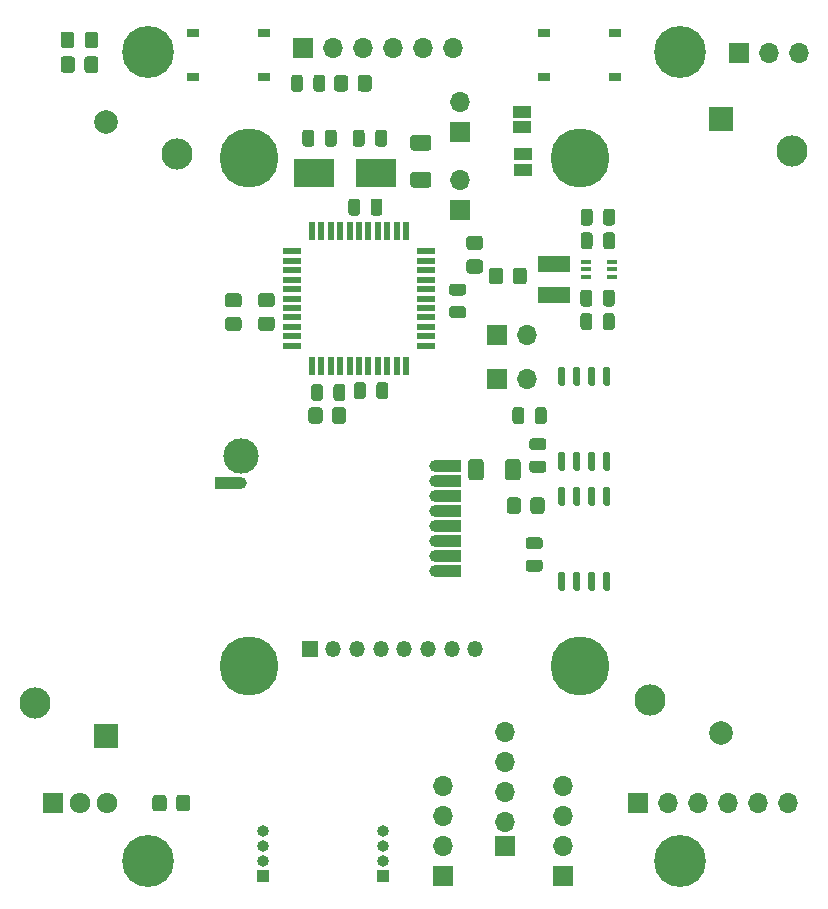
<source format=gbr>
G04 #@! TF.GenerationSoftware,KiCad,Pcbnew,5.1.12-84ad8e8a86~92~ubuntu18.04.1*
G04 #@! TF.CreationDate,2022-01-10T12:00:16+01:00*
G04 #@! TF.ProjectId,HB-UNI-SEN-BATT_ATMega1284P_E07-868MS10_FRAM_FUEL4EP,48422d55-4e49-42d5-9345-4e2d42415454,rev?*
G04 #@! TF.SameCoordinates,Original*
G04 #@! TF.FileFunction,Soldermask,Top*
G04 #@! TF.FilePolarity,Negative*
%FSLAX46Y46*%
G04 Gerber Fmt 4.6, Leading zero omitted, Abs format (unit mm)*
G04 Created by KiCad (PCBNEW 5.1.12-84ad8e8a86~92~ubuntu18.04.1) date 2022-01-10 12:00:16*
%MOMM*%
%LPD*%
G01*
G04 APERTURE LIST*
%ADD10O,1.700000X1.700000*%
%ADD11R,1.700000X1.700000*%
%ADD12O,1.000000X1.000000*%
%ADD13R,1.000000X1.000000*%
%ADD14O,1.717500X1.800000*%
%ADD15R,1.717500X1.800000*%
%ADD16C,5.000000*%
%ADD17R,1.500000X1.000000*%
%ADD18R,2.700000X1.400000*%
%ADD19R,0.900000X0.400000*%
%ADD20O,1.350000X1.350000*%
%ADD21R,1.350000X1.350000*%
%ADD22R,3.500000X2.400000*%
%ADD23R,2.000000X2.000000*%
%ADD24C,2.000000*%
%ADD25C,2.640000*%
%ADD26R,1.000000X0.750000*%
%ADD27R,1.500000X0.550000*%
%ADD28R,0.550000X1.500000*%
%ADD29C,3.000000*%
%ADD30R,2.170000X1.000000*%
%ADD31C,1.000000*%
%ADD32C,0.700000*%
%ADD33C,4.400000*%
G04 APERTURE END LIST*
G36*
G01*
X147820000Y-111539000D02*
X147820000Y-112489000D01*
G75*
G02*
X147570000Y-112739000I-250000J0D01*
G01*
X147070000Y-112739000D01*
G75*
G02*
X146820000Y-112489000I0J250000D01*
G01*
X146820000Y-111539000D01*
G75*
G02*
X147070000Y-111289000I250000J0D01*
G01*
X147570000Y-111289000D01*
G75*
G02*
X147820000Y-111539000I0J-250000D01*
G01*
G37*
G36*
G01*
X149720000Y-111539000D02*
X149720000Y-112489000D01*
G75*
G02*
X149470000Y-112739000I-250000J0D01*
G01*
X148970000Y-112739000D01*
G75*
G02*
X148720000Y-112489000I0J250000D01*
G01*
X148720000Y-111539000D01*
G75*
G02*
X148970000Y-111289000I250000J0D01*
G01*
X149470000Y-111289000D01*
G75*
G02*
X149720000Y-111539000I0J-250000D01*
G01*
G37*
D10*
X146177000Y-138811000D03*
X146177000Y-141351000D03*
X146177000Y-143891000D03*
X146177000Y-146431000D03*
D11*
X146177000Y-148471000D03*
D12*
X135890000Y-147193000D03*
X135890000Y-148463000D03*
X135890000Y-149733000D03*
D13*
X135890000Y-151003000D03*
D12*
X125730000Y-147190000D03*
X125730000Y-148460000D03*
X125730000Y-149730000D03*
D13*
X125730000Y-151000000D03*
G36*
G01*
X149128500Y-123311500D02*
X148178500Y-123311500D01*
G75*
G02*
X147928500Y-123061500I0J250000D01*
G01*
X147928500Y-122561500D01*
G75*
G02*
X148178500Y-122311500I250000J0D01*
G01*
X149128500Y-122311500D01*
G75*
G02*
X149378500Y-122561500I0J-250000D01*
G01*
X149378500Y-123061500D01*
G75*
G02*
X149128500Y-123311500I-250000J0D01*
G01*
G37*
G36*
G01*
X149128500Y-125211500D02*
X148178500Y-125211500D01*
G75*
G02*
X147928500Y-124961500I0J250000D01*
G01*
X147928500Y-124461500D01*
G75*
G02*
X148178500Y-124211500I250000J0D01*
G01*
X149128500Y-124211500D01*
G75*
G02*
X149378500Y-124461500I0J-250000D01*
G01*
X149378500Y-124961500D01*
G75*
G02*
X149128500Y-125211500I-250000J0D01*
G01*
G37*
G36*
G01*
X154663000Y-115068000D02*
X154963000Y-115068000D01*
G75*
G02*
X155113000Y-115218000I0J-150000D01*
G01*
X155113000Y-116518000D01*
G75*
G02*
X154963000Y-116668000I-150000J0D01*
G01*
X154663000Y-116668000D01*
G75*
G02*
X154513000Y-116518000I0J150000D01*
G01*
X154513000Y-115218000D01*
G75*
G02*
X154663000Y-115068000I150000J0D01*
G01*
G37*
G36*
G01*
X153393000Y-115068000D02*
X153693000Y-115068000D01*
G75*
G02*
X153843000Y-115218000I0J-150000D01*
G01*
X153843000Y-116518000D01*
G75*
G02*
X153693000Y-116668000I-150000J0D01*
G01*
X153393000Y-116668000D01*
G75*
G02*
X153243000Y-116518000I0J150000D01*
G01*
X153243000Y-115218000D01*
G75*
G02*
X153393000Y-115068000I150000J0D01*
G01*
G37*
G36*
G01*
X152123000Y-115068000D02*
X152423000Y-115068000D01*
G75*
G02*
X152573000Y-115218000I0J-150000D01*
G01*
X152573000Y-116518000D01*
G75*
G02*
X152423000Y-116668000I-150000J0D01*
G01*
X152123000Y-116668000D01*
G75*
G02*
X151973000Y-116518000I0J150000D01*
G01*
X151973000Y-115218000D01*
G75*
G02*
X152123000Y-115068000I150000J0D01*
G01*
G37*
G36*
G01*
X150853000Y-115068000D02*
X151153000Y-115068000D01*
G75*
G02*
X151303000Y-115218000I0J-150000D01*
G01*
X151303000Y-116518000D01*
G75*
G02*
X151153000Y-116668000I-150000J0D01*
G01*
X150853000Y-116668000D01*
G75*
G02*
X150703000Y-116518000I0J150000D01*
G01*
X150703000Y-115218000D01*
G75*
G02*
X150853000Y-115068000I150000J0D01*
G01*
G37*
G36*
G01*
X150853000Y-107868000D02*
X151153000Y-107868000D01*
G75*
G02*
X151303000Y-108018000I0J-150000D01*
G01*
X151303000Y-109318000D01*
G75*
G02*
X151153000Y-109468000I-150000J0D01*
G01*
X150853000Y-109468000D01*
G75*
G02*
X150703000Y-109318000I0J150000D01*
G01*
X150703000Y-108018000D01*
G75*
G02*
X150853000Y-107868000I150000J0D01*
G01*
G37*
G36*
G01*
X152123000Y-107868000D02*
X152423000Y-107868000D01*
G75*
G02*
X152573000Y-108018000I0J-150000D01*
G01*
X152573000Y-109318000D01*
G75*
G02*
X152423000Y-109468000I-150000J0D01*
G01*
X152123000Y-109468000D01*
G75*
G02*
X151973000Y-109318000I0J150000D01*
G01*
X151973000Y-108018000D01*
G75*
G02*
X152123000Y-107868000I150000J0D01*
G01*
G37*
G36*
G01*
X153393000Y-107868000D02*
X153693000Y-107868000D01*
G75*
G02*
X153843000Y-108018000I0J-150000D01*
G01*
X153843000Y-109318000D01*
G75*
G02*
X153693000Y-109468000I-150000J0D01*
G01*
X153393000Y-109468000D01*
G75*
G02*
X153243000Y-109318000I0J150000D01*
G01*
X153243000Y-108018000D01*
G75*
G02*
X153393000Y-107868000I150000J0D01*
G01*
G37*
G36*
G01*
X154663000Y-107868000D02*
X154963000Y-107868000D01*
G75*
G02*
X155113000Y-108018000I0J-150000D01*
G01*
X155113000Y-109318000D01*
G75*
G02*
X154963000Y-109468000I-150000J0D01*
G01*
X154663000Y-109468000D01*
G75*
G02*
X154513000Y-109318000I0J150000D01*
G01*
X154513000Y-108018000D01*
G75*
G02*
X154663000Y-107868000I150000J0D01*
G01*
G37*
G36*
G01*
X154663000Y-125228000D02*
X154963000Y-125228000D01*
G75*
G02*
X155113000Y-125378000I0J-150000D01*
G01*
X155113000Y-126678000D01*
G75*
G02*
X154963000Y-126828000I-150000J0D01*
G01*
X154663000Y-126828000D01*
G75*
G02*
X154513000Y-126678000I0J150000D01*
G01*
X154513000Y-125378000D01*
G75*
G02*
X154663000Y-125228000I150000J0D01*
G01*
G37*
G36*
G01*
X153393000Y-125228000D02*
X153693000Y-125228000D01*
G75*
G02*
X153843000Y-125378000I0J-150000D01*
G01*
X153843000Y-126678000D01*
G75*
G02*
X153693000Y-126828000I-150000J0D01*
G01*
X153393000Y-126828000D01*
G75*
G02*
X153243000Y-126678000I0J150000D01*
G01*
X153243000Y-125378000D01*
G75*
G02*
X153393000Y-125228000I150000J0D01*
G01*
G37*
G36*
G01*
X152123000Y-125228000D02*
X152423000Y-125228000D01*
G75*
G02*
X152573000Y-125378000I0J-150000D01*
G01*
X152573000Y-126678000D01*
G75*
G02*
X152423000Y-126828000I-150000J0D01*
G01*
X152123000Y-126828000D01*
G75*
G02*
X151973000Y-126678000I0J150000D01*
G01*
X151973000Y-125378000D01*
G75*
G02*
X152123000Y-125228000I150000J0D01*
G01*
G37*
G36*
G01*
X150853000Y-125228000D02*
X151153000Y-125228000D01*
G75*
G02*
X151303000Y-125378000I0J-150000D01*
G01*
X151303000Y-126678000D01*
G75*
G02*
X151153000Y-126828000I-150000J0D01*
G01*
X150853000Y-126828000D01*
G75*
G02*
X150703000Y-126678000I0J150000D01*
G01*
X150703000Y-125378000D01*
G75*
G02*
X150853000Y-125228000I150000J0D01*
G01*
G37*
G36*
G01*
X150853000Y-118028000D02*
X151153000Y-118028000D01*
G75*
G02*
X151303000Y-118178000I0J-150000D01*
G01*
X151303000Y-119478000D01*
G75*
G02*
X151153000Y-119628000I-150000J0D01*
G01*
X150853000Y-119628000D01*
G75*
G02*
X150703000Y-119478000I0J150000D01*
G01*
X150703000Y-118178000D01*
G75*
G02*
X150853000Y-118028000I150000J0D01*
G01*
G37*
G36*
G01*
X152123000Y-118028000D02*
X152423000Y-118028000D01*
G75*
G02*
X152573000Y-118178000I0J-150000D01*
G01*
X152573000Y-119478000D01*
G75*
G02*
X152423000Y-119628000I-150000J0D01*
G01*
X152123000Y-119628000D01*
G75*
G02*
X151973000Y-119478000I0J150000D01*
G01*
X151973000Y-118178000D01*
G75*
G02*
X152123000Y-118028000I150000J0D01*
G01*
G37*
G36*
G01*
X153393000Y-118028000D02*
X153693000Y-118028000D01*
G75*
G02*
X153843000Y-118178000I0J-150000D01*
G01*
X153843000Y-119478000D01*
G75*
G02*
X153693000Y-119628000I-150000J0D01*
G01*
X153393000Y-119628000D01*
G75*
G02*
X153243000Y-119478000I0J150000D01*
G01*
X153243000Y-118178000D01*
G75*
G02*
X153393000Y-118028000I150000J0D01*
G01*
G37*
G36*
G01*
X154663000Y-118028000D02*
X154963000Y-118028000D01*
G75*
G02*
X155113000Y-118178000I0J-150000D01*
G01*
X155113000Y-119478000D01*
G75*
G02*
X154963000Y-119628000I-150000J0D01*
G01*
X154663000Y-119628000D01*
G75*
G02*
X154513000Y-119478000I0J150000D01*
G01*
X154513000Y-118178000D01*
G75*
G02*
X154663000Y-118028000I150000J0D01*
G01*
G37*
G36*
G01*
X154501000Y-95679280D02*
X154501000Y-94729280D01*
G75*
G02*
X154751000Y-94479280I250000J0D01*
G01*
X155251000Y-94479280D01*
G75*
G02*
X155501000Y-94729280I0J-250000D01*
G01*
X155501000Y-95679280D01*
G75*
G02*
X155251000Y-95929280I-250000J0D01*
G01*
X154751000Y-95929280D01*
G75*
G02*
X154501000Y-95679280I0J250000D01*
G01*
G37*
G36*
G01*
X152601000Y-95679280D02*
X152601000Y-94729280D01*
G75*
G02*
X152851000Y-94479280I250000J0D01*
G01*
X153351000Y-94479280D01*
G75*
G02*
X153601000Y-94729280I0J-250000D01*
G01*
X153601000Y-95679280D01*
G75*
G02*
X153351000Y-95929280I-250000J0D01*
G01*
X152851000Y-95929280D01*
G75*
G02*
X152601000Y-95679280I0J250000D01*
G01*
G37*
G36*
G01*
X149446000Y-114929500D02*
X148496000Y-114929500D01*
G75*
G02*
X148246000Y-114679500I0J250000D01*
G01*
X148246000Y-114179500D01*
G75*
G02*
X148496000Y-113929500I250000J0D01*
G01*
X149446000Y-113929500D01*
G75*
G02*
X149696000Y-114179500I0J-250000D01*
G01*
X149696000Y-114679500D01*
G75*
G02*
X149446000Y-114929500I-250000J0D01*
G01*
G37*
G36*
G01*
X149446000Y-116829500D02*
X148496000Y-116829500D01*
G75*
G02*
X148246000Y-116579500I0J250000D01*
G01*
X148246000Y-116079500D01*
G75*
G02*
X148496000Y-115829500I250000J0D01*
G01*
X149446000Y-115829500D01*
G75*
G02*
X149696000Y-116079500I0J-250000D01*
G01*
X149696000Y-116579500D01*
G75*
G02*
X149446000Y-116829500I-250000J0D01*
G01*
G37*
G36*
G01*
X147539000Y-119183999D02*
X147539000Y-120084001D01*
G75*
G02*
X147289001Y-120334000I-249999J0D01*
G01*
X146588999Y-120334000D01*
G75*
G02*
X146339000Y-120084001I0J249999D01*
G01*
X146339000Y-119183999D01*
G75*
G02*
X146588999Y-118934000I249999J0D01*
G01*
X147289001Y-118934000D01*
G75*
G02*
X147539000Y-119183999I0J-249999D01*
G01*
G37*
G36*
G01*
X149539000Y-119183999D02*
X149539000Y-120084001D01*
G75*
G02*
X149289001Y-120334000I-249999J0D01*
G01*
X148588999Y-120334000D01*
G75*
G02*
X148339000Y-120084001I0J249999D01*
G01*
X148339000Y-119183999D01*
G75*
G02*
X148588999Y-118934000I249999J0D01*
G01*
X149289001Y-118934000D01*
G75*
G02*
X149539000Y-119183999I0J-249999D01*
G01*
G37*
D14*
X112530000Y-144780000D03*
X110240000Y-144780000D03*
D15*
X107950000Y-144780000D03*
D16*
X152510800Y-133200000D03*
X152510800Y-90200000D03*
X124510800Y-133200000D03*
X124510800Y-90200000D03*
D10*
X148082000Y-105219500D03*
D11*
X145542000Y-105219500D03*
D10*
X151130000Y-143380000D03*
X151130000Y-145920000D03*
X151130000Y-148460000D03*
D11*
X151130000Y-151000000D03*
D10*
X142400000Y-92075000D03*
D11*
X142400000Y-94615000D03*
D10*
X142400000Y-85471000D03*
D11*
X142400000Y-88011000D03*
D10*
X171069000Y-81343500D03*
X168529000Y-81343500D03*
D11*
X165989000Y-81343500D03*
D17*
X147688300Y-91188300D03*
X147688300Y-89888300D03*
D18*
X150338120Y-99207200D03*
X150338120Y-101807200D03*
D19*
X153014500Y-100281500D03*
X153014500Y-98981500D03*
X155214500Y-99631500D03*
X153014500Y-99631500D03*
X155214500Y-98981500D03*
X155214500Y-100281500D03*
G36*
G01*
X154501000Y-97685880D02*
X154501000Y-96735880D01*
G75*
G02*
X154751000Y-96485880I250000J0D01*
G01*
X155251000Y-96485880D01*
G75*
G02*
X155501000Y-96735880I0J-250000D01*
G01*
X155501000Y-97685880D01*
G75*
G02*
X155251000Y-97935880I-250000J0D01*
G01*
X154751000Y-97935880D01*
G75*
G02*
X154501000Y-97685880I0J250000D01*
G01*
G37*
G36*
G01*
X152601000Y-97685880D02*
X152601000Y-96735880D01*
G75*
G02*
X152851000Y-96485880I250000J0D01*
G01*
X153351000Y-96485880D01*
G75*
G02*
X153601000Y-96735880I0J-250000D01*
G01*
X153601000Y-97685880D01*
G75*
G02*
X153351000Y-97935880I-250000J0D01*
G01*
X152851000Y-97935880D01*
G75*
G02*
X152601000Y-97685880I0J250000D01*
G01*
G37*
G36*
G01*
X154480680Y-104528640D02*
X154480680Y-103578640D01*
G75*
G02*
X154730680Y-103328640I250000J0D01*
G01*
X155230680Y-103328640D01*
G75*
G02*
X155480680Y-103578640I0J-250000D01*
G01*
X155480680Y-104528640D01*
G75*
G02*
X155230680Y-104778640I-250000J0D01*
G01*
X154730680Y-104778640D01*
G75*
G02*
X154480680Y-104528640I0J250000D01*
G01*
G37*
G36*
G01*
X152580680Y-104528640D02*
X152580680Y-103578640D01*
G75*
G02*
X152830680Y-103328640I250000J0D01*
G01*
X153330680Y-103328640D01*
G75*
G02*
X153580680Y-103578640I0J-250000D01*
G01*
X153580680Y-104528640D01*
G75*
G02*
X153330680Y-104778640I-250000J0D01*
G01*
X152830680Y-104778640D01*
G75*
G02*
X152580680Y-104528640I0J250000D01*
G01*
G37*
G36*
G01*
X154480680Y-102532200D02*
X154480680Y-101582200D01*
G75*
G02*
X154730680Y-101332200I250000J0D01*
G01*
X155230680Y-101332200D01*
G75*
G02*
X155480680Y-101582200I0J-250000D01*
G01*
X155480680Y-102532200D01*
G75*
G02*
X155230680Y-102782200I-250000J0D01*
G01*
X154730680Y-102782200D01*
G75*
G02*
X154480680Y-102532200I0J250000D01*
G01*
G37*
G36*
G01*
X152580680Y-102532200D02*
X152580680Y-101582200D01*
G75*
G02*
X152830680Y-101332200I250000J0D01*
G01*
X153330680Y-101332200D01*
G75*
G02*
X153580680Y-101582200I0J-250000D01*
G01*
X153580680Y-102532200D01*
G75*
G02*
X153330680Y-102782200I-250000J0D01*
G01*
X152830680Y-102782200D01*
G75*
G02*
X152580680Y-102532200I0J250000D01*
G01*
G37*
G36*
G01*
X146036080Y-99737759D02*
X146036080Y-100637761D01*
G75*
G02*
X145786081Y-100887760I-249999J0D01*
G01*
X145086079Y-100887760D01*
G75*
G02*
X144836080Y-100637761I0J249999D01*
G01*
X144836080Y-99737759D01*
G75*
G02*
X145086079Y-99487760I249999J0D01*
G01*
X145786081Y-99487760D01*
G75*
G02*
X146036080Y-99737759I0J-249999D01*
G01*
G37*
G36*
G01*
X148036080Y-99737759D02*
X148036080Y-100637761D01*
G75*
G02*
X147786081Y-100887760I-249999J0D01*
G01*
X147086079Y-100887760D01*
G75*
G02*
X146836080Y-100637761I0J249999D01*
G01*
X146836080Y-99737759D01*
G75*
G02*
X147086079Y-99487760I249999J0D01*
G01*
X147786081Y-99487760D01*
G75*
G02*
X148036080Y-99737759I0J-249999D01*
G01*
G37*
G36*
G01*
X144066681Y-97984360D02*
X143166679Y-97984360D01*
G75*
G02*
X142916680Y-97734361I0J249999D01*
G01*
X142916680Y-97034359D01*
G75*
G02*
X143166679Y-96784360I249999J0D01*
G01*
X144066681Y-96784360D01*
G75*
G02*
X144316680Y-97034359I0J-249999D01*
G01*
X144316680Y-97734361D01*
G75*
G02*
X144066681Y-97984360I-249999J0D01*
G01*
G37*
G36*
G01*
X144066681Y-99984360D02*
X143166679Y-99984360D01*
G75*
G02*
X142916680Y-99734361I0J249999D01*
G01*
X142916680Y-99034359D01*
G75*
G02*
X143166679Y-98784360I249999J0D01*
G01*
X144066681Y-98784360D01*
G75*
G02*
X144316680Y-99034359I0J-249999D01*
G01*
X144316680Y-99734361D01*
G75*
G02*
X144066681Y-99984360I-249999J0D01*
G01*
G37*
D20*
X143667000Y-131750000D03*
X141667000Y-131750000D03*
X139667000Y-131750000D03*
X137667000Y-131750000D03*
X135667000Y-131750000D03*
X133667000Y-131750000D03*
X131667000Y-131750000D03*
D21*
X129667000Y-131750000D03*
D22*
X135251500Y-91440000D03*
X130051500Y-91440000D03*
D23*
X112420000Y-139100000D03*
D24*
X112420000Y-87110000D03*
D25*
X118415000Y-89870000D03*
X106425000Y-136350000D03*
D23*
X164490000Y-86860000D03*
D24*
X164490000Y-138850000D03*
D25*
X158495000Y-136090000D03*
X170485000Y-89610000D03*
D26*
X155500000Y-83375000D03*
X149500000Y-83375000D03*
X155500000Y-79625000D03*
X149500000Y-79625000D03*
X119800000Y-79625000D03*
X125800000Y-79625000D03*
X119800000Y-83375000D03*
X125800000Y-83375000D03*
G36*
G01*
X139715002Y-89575200D02*
X138414998Y-89575200D01*
G75*
G02*
X138165000Y-89325202I0J249998D01*
G01*
X138165000Y-88500198D01*
G75*
G02*
X138414998Y-88250200I249998J0D01*
G01*
X139715002Y-88250200D01*
G75*
G02*
X139965000Y-88500198I0J-249998D01*
G01*
X139965000Y-89325202D01*
G75*
G02*
X139715002Y-89575200I-249998J0D01*
G01*
G37*
G36*
G01*
X139715002Y-92700200D02*
X138414998Y-92700200D01*
G75*
G02*
X138165000Y-92450202I0J249998D01*
G01*
X138165000Y-91625198D01*
G75*
G02*
X138414998Y-91375200I249998J0D01*
G01*
X139715002Y-91375200D01*
G75*
G02*
X139965000Y-91625198I0J-249998D01*
G01*
X139965000Y-92450202D01*
G75*
G02*
X139715002Y-92700200I-249998J0D01*
G01*
G37*
G36*
G01*
X144388000Y-115935998D02*
X144388000Y-117236002D01*
G75*
G02*
X144138002Y-117486000I-249998J0D01*
G01*
X143312998Y-117486000D01*
G75*
G02*
X143063000Y-117236002I0J249998D01*
G01*
X143063000Y-115935998D01*
G75*
G02*
X143312998Y-115686000I249998J0D01*
G01*
X144138002Y-115686000D01*
G75*
G02*
X144388000Y-115935998I0J-249998D01*
G01*
G37*
G36*
G01*
X147513000Y-115935998D02*
X147513000Y-117236002D01*
G75*
G02*
X147263002Y-117486000I-249998J0D01*
G01*
X146437998Y-117486000D01*
G75*
G02*
X146188000Y-117236002I0J249998D01*
G01*
X146188000Y-115935998D01*
G75*
G02*
X146437998Y-115686000I249998J0D01*
G01*
X147263002Y-115686000D01*
G75*
G02*
X147513000Y-115935998I0J-249998D01*
G01*
G37*
D27*
X139532600Y-98095300D03*
X139532600Y-98895300D03*
X139532600Y-99695300D03*
X139532600Y-100495300D03*
X139532600Y-101295300D03*
X139532600Y-102095300D03*
X139532600Y-102895300D03*
X139532600Y-103695300D03*
X139532600Y-104495300D03*
X139532600Y-105295300D03*
X139532600Y-106095300D03*
D28*
X137832600Y-107795300D03*
X137032600Y-107795300D03*
X136232600Y-107795300D03*
X135432600Y-107795300D03*
X134632600Y-107795300D03*
X133832600Y-107795300D03*
X133032600Y-107795300D03*
X132232600Y-107795300D03*
X131432600Y-107795300D03*
X130632600Y-107795300D03*
X129832600Y-107795300D03*
D27*
X128132600Y-106095300D03*
X128132600Y-105295300D03*
X128132600Y-104495300D03*
X128132600Y-103695300D03*
X128132600Y-102895300D03*
X128132600Y-102095300D03*
X128132600Y-101295300D03*
X128132600Y-100495300D03*
X128132600Y-99695300D03*
X128132600Y-98895300D03*
X128132600Y-98095300D03*
D28*
X129832600Y-96395300D03*
X130632600Y-96395300D03*
X131432600Y-96395300D03*
X132232600Y-96395300D03*
X133032600Y-96395300D03*
X133832600Y-96395300D03*
X134632600Y-96395300D03*
X135432600Y-96395300D03*
X136232600Y-96395300D03*
X137032600Y-96395300D03*
X137832600Y-96395300D03*
G36*
G01*
X130743500Y-111549999D02*
X130743500Y-112450001D01*
G75*
G02*
X130493501Y-112700000I-249999J0D01*
G01*
X129793499Y-112700000D01*
G75*
G02*
X129543500Y-112450001I0J249999D01*
G01*
X129543500Y-111549999D01*
G75*
G02*
X129793499Y-111300000I249999J0D01*
G01*
X130493501Y-111300000D01*
G75*
G02*
X130743500Y-111549999I0J-249999D01*
G01*
G37*
G36*
G01*
X132743500Y-111549999D02*
X132743500Y-112450001D01*
G75*
G02*
X132493501Y-112700000I-249999J0D01*
G01*
X131793499Y-112700000D01*
G75*
G02*
X131543500Y-112450001I0J249999D01*
G01*
X131543500Y-111549999D01*
G75*
G02*
X131793499Y-111300000I249999J0D01*
G01*
X132493501Y-111300000D01*
G75*
G02*
X132743500Y-111549999I0J-249999D01*
G01*
G37*
G36*
G01*
X125533999Y-103635000D02*
X126434001Y-103635000D01*
G75*
G02*
X126684000Y-103884999I0J-249999D01*
G01*
X126684000Y-104585001D01*
G75*
G02*
X126434001Y-104835000I-249999J0D01*
G01*
X125533999Y-104835000D01*
G75*
G02*
X125284000Y-104585001I0J249999D01*
G01*
X125284000Y-103884999D01*
G75*
G02*
X125533999Y-103635000I249999J0D01*
G01*
G37*
G36*
G01*
X125533999Y-101635000D02*
X126434001Y-101635000D01*
G75*
G02*
X126684000Y-101884999I0J-249999D01*
G01*
X126684000Y-102585001D01*
G75*
G02*
X126434001Y-102835000I-249999J0D01*
G01*
X125533999Y-102835000D01*
G75*
G02*
X125284000Y-102585001I0J249999D01*
G01*
X125284000Y-101884999D01*
G75*
G02*
X125533999Y-101635000I249999J0D01*
G01*
G37*
G36*
G01*
X122739999Y-103651000D02*
X123640001Y-103651000D01*
G75*
G02*
X123890000Y-103900999I0J-249999D01*
G01*
X123890000Y-104601001D01*
G75*
G02*
X123640001Y-104851000I-249999J0D01*
G01*
X122739999Y-104851000D01*
G75*
G02*
X122490000Y-104601001I0J249999D01*
G01*
X122490000Y-103900999D01*
G75*
G02*
X122739999Y-103651000I249999J0D01*
G01*
G37*
G36*
G01*
X122739999Y-101651000D02*
X123640001Y-101651000D01*
G75*
G02*
X123890000Y-101900999I0J-249999D01*
G01*
X123890000Y-102601001D01*
G75*
G02*
X123640001Y-102851000I-249999J0D01*
G01*
X122739999Y-102851000D01*
G75*
G02*
X122490000Y-102601001I0J249999D01*
G01*
X122490000Y-101900999D01*
G75*
G02*
X122739999Y-101651000I249999J0D01*
G01*
G37*
G36*
G01*
X117541600Y-144368099D02*
X117541600Y-145268101D01*
G75*
G02*
X117291601Y-145518100I-249999J0D01*
G01*
X116591599Y-145518100D01*
G75*
G02*
X116341600Y-145268101I0J249999D01*
G01*
X116341600Y-144368099D01*
G75*
G02*
X116591599Y-144118100I249999J0D01*
G01*
X117291601Y-144118100D01*
G75*
G02*
X117541600Y-144368099I0J-249999D01*
G01*
G37*
G36*
G01*
X119541600Y-144368099D02*
X119541600Y-145268101D01*
G75*
G02*
X119291601Y-145518100I-249999J0D01*
G01*
X118591599Y-145518100D01*
G75*
G02*
X118341600Y-145268101I0J249999D01*
G01*
X118341600Y-144368099D01*
G75*
G02*
X118591599Y-144118100I249999J0D01*
G01*
X119291601Y-144118100D01*
G75*
G02*
X119541600Y-144368099I0J-249999D01*
G01*
G37*
G36*
G01*
X132915200Y-83420799D02*
X132915200Y-84320801D01*
G75*
G02*
X132665201Y-84570800I-249999J0D01*
G01*
X131965199Y-84570800D01*
G75*
G02*
X131715200Y-84320801I0J249999D01*
G01*
X131715200Y-83420799D01*
G75*
G02*
X131965199Y-83170800I249999J0D01*
G01*
X132665201Y-83170800D01*
G75*
G02*
X132915200Y-83420799I0J-249999D01*
G01*
G37*
G36*
G01*
X134915200Y-83420799D02*
X134915200Y-84320801D01*
G75*
G02*
X134665201Y-84570800I-249999J0D01*
G01*
X133965199Y-84570800D01*
G75*
G02*
X133715200Y-84320801I0J249999D01*
G01*
X133715200Y-83420799D01*
G75*
G02*
X133965199Y-83170800I249999J0D01*
G01*
X134665201Y-83170800D01*
G75*
G02*
X134915200Y-83420799I0J-249999D01*
G01*
G37*
G36*
G01*
X110572500Y-82746001D02*
X110572500Y-81845999D01*
G75*
G02*
X110822499Y-81596000I249999J0D01*
G01*
X111522501Y-81596000D01*
G75*
G02*
X111772500Y-81845999I0J-249999D01*
G01*
X111772500Y-82746001D01*
G75*
G02*
X111522501Y-82996000I-249999J0D01*
G01*
X110822499Y-82996000D01*
G75*
G02*
X110572500Y-82746001I0J249999D01*
G01*
G37*
G36*
G01*
X108572500Y-82746001D02*
X108572500Y-81845999D01*
G75*
G02*
X108822499Y-81596000I249999J0D01*
G01*
X109522501Y-81596000D01*
G75*
G02*
X109772500Y-81845999I0J-249999D01*
G01*
X109772500Y-82746001D01*
G75*
G02*
X109522501Y-82996000I-249999J0D01*
G01*
X108822499Y-82996000D01*
G75*
G02*
X108572500Y-82746001I0J249999D01*
G01*
G37*
D10*
X141770100Y-80860900D03*
X139230100Y-80860900D03*
X136690100Y-80860900D03*
X134150100Y-80860900D03*
X131610100Y-80860900D03*
D11*
X129070100Y-80860900D03*
G36*
G01*
X110613500Y-80650501D02*
X110613500Y-79750499D01*
G75*
G02*
X110863499Y-79500500I249999J0D01*
G01*
X111513501Y-79500500D01*
G75*
G02*
X111763500Y-79750499I0J-249999D01*
G01*
X111763500Y-80650501D01*
G75*
G02*
X111513501Y-80900500I-249999J0D01*
G01*
X110863499Y-80900500D01*
G75*
G02*
X110613500Y-80650501I0J249999D01*
G01*
G37*
G36*
G01*
X108563500Y-80650501D02*
X108563500Y-79750499D01*
G75*
G02*
X108813499Y-79500500I249999J0D01*
G01*
X109463501Y-79500500D01*
G75*
G02*
X109713500Y-79750499I0J-249999D01*
G01*
X109713500Y-80650501D01*
G75*
G02*
X109463501Y-80900500I-249999J0D01*
G01*
X108813499Y-80900500D01*
G75*
G02*
X108563500Y-80650501I0J249999D01*
G01*
G37*
G36*
G01*
X129074800Y-83395800D02*
X129074800Y-84345800D01*
G75*
G02*
X128824800Y-84595800I-250000J0D01*
G01*
X128324800Y-84595800D01*
G75*
G02*
X128074800Y-84345800I0J250000D01*
G01*
X128074800Y-83395800D01*
G75*
G02*
X128324800Y-83145800I250000J0D01*
G01*
X128824800Y-83145800D01*
G75*
G02*
X129074800Y-83395800I0J-250000D01*
G01*
G37*
G36*
G01*
X130974800Y-83395800D02*
X130974800Y-84345800D01*
G75*
G02*
X130724800Y-84595800I-250000J0D01*
G01*
X130224800Y-84595800D01*
G75*
G02*
X129974800Y-84345800I0J250000D01*
G01*
X129974800Y-83395800D01*
G75*
G02*
X130224800Y-83145800I250000J0D01*
G01*
X130724800Y-83145800D01*
G75*
G02*
X130974800Y-83395800I0J-250000D01*
G01*
G37*
G36*
G01*
X134401100Y-109418100D02*
X134401100Y-110368100D01*
G75*
G02*
X134151100Y-110618100I-250000J0D01*
G01*
X133651100Y-110618100D01*
G75*
G02*
X133401100Y-110368100I0J250000D01*
G01*
X133401100Y-109418100D01*
G75*
G02*
X133651100Y-109168100I250000J0D01*
G01*
X134151100Y-109168100D01*
G75*
G02*
X134401100Y-109418100I0J-250000D01*
G01*
G37*
G36*
G01*
X136301100Y-109418100D02*
X136301100Y-110368100D01*
G75*
G02*
X136051100Y-110618100I-250000J0D01*
G01*
X135551100Y-110618100D01*
G75*
G02*
X135301100Y-110368100I0J250000D01*
G01*
X135301100Y-109418100D01*
G75*
G02*
X135551100Y-109168100I250000J0D01*
G01*
X136051100Y-109168100D01*
G75*
G02*
X136301100Y-109418100I0J-250000D01*
G01*
G37*
G36*
G01*
X134297000Y-88044000D02*
X134297000Y-88994000D01*
G75*
G02*
X134047000Y-89244000I-250000J0D01*
G01*
X133547000Y-89244000D01*
G75*
G02*
X133297000Y-88994000I0J250000D01*
G01*
X133297000Y-88044000D01*
G75*
G02*
X133547000Y-87794000I250000J0D01*
G01*
X134047000Y-87794000D01*
G75*
G02*
X134297000Y-88044000I0J-250000D01*
G01*
G37*
G36*
G01*
X136197000Y-88044000D02*
X136197000Y-88994000D01*
G75*
G02*
X135947000Y-89244000I-250000J0D01*
G01*
X135447000Y-89244000D01*
G75*
G02*
X135197000Y-88994000I0J250000D01*
G01*
X135197000Y-88044000D01*
G75*
G02*
X135447000Y-87794000I250000J0D01*
G01*
X135947000Y-87794000D01*
G75*
G02*
X136197000Y-88044000I0J-250000D01*
G01*
G37*
G36*
G01*
X130942500Y-88994000D02*
X130942500Y-88044000D01*
G75*
G02*
X131192500Y-87794000I250000J0D01*
G01*
X131692500Y-87794000D01*
G75*
G02*
X131942500Y-88044000I0J-250000D01*
G01*
X131942500Y-88994000D01*
G75*
G02*
X131692500Y-89244000I-250000J0D01*
G01*
X131192500Y-89244000D01*
G75*
G02*
X130942500Y-88994000I0J250000D01*
G01*
G37*
G36*
G01*
X129042500Y-88994000D02*
X129042500Y-88044000D01*
G75*
G02*
X129292500Y-87794000I250000J0D01*
G01*
X129792500Y-87794000D01*
G75*
G02*
X130042500Y-88044000I0J-250000D01*
G01*
X130042500Y-88994000D01*
G75*
G02*
X129792500Y-89244000I-250000J0D01*
G01*
X129292500Y-89244000D01*
G75*
G02*
X129042500Y-88994000I0J250000D01*
G01*
G37*
G36*
G01*
X133916000Y-93886000D02*
X133916000Y-94836000D01*
G75*
G02*
X133666000Y-95086000I-250000J0D01*
G01*
X133166000Y-95086000D01*
G75*
G02*
X132916000Y-94836000I0J250000D01*
G01*
X132916000Y-93886000D01*
G75*
G02*
X133166000Y-93636000I250000J0D01*
G01*
X133666000Y-93636000D01*
G75*
G02*
X133916000Y-93886000I0J-250000D01*
G01*
G37*
G36*
G01*
X135816000Y-93886000D02*
X135816000Y-94836000D01*
G75*
G02*
X135566000Y-95086000I-250000J0D01*
G01*
X135066000Y-95086000D01*
G75*
G02*
X134816000Y-94836000I0J250000D01*
G01*
X134816000Y-93886000D01*
G75*
G02*
X135066000Y-93636000I250000J0D01*
G01*
X135566000Y-93636000D01*
G75*
G02*
X135816000Y-93886000I0J-250000D01*
G01*
G37*
G36*
G01*
X142651500Y-101848500D02*
X141701500Y-101848500D01*
G75*
G02*
X141451500Y-101598500I0J250000D01*
G01*
X141451500Y-101098500D01*
G75*
G02*
X141701500Y-100848500I250000J0D01*
G01*
X142651500Y-100848500D01*
G75*
G02*
X142901500Y-101098500I0J-250000D01*
G01*
X142901500Y-101598500D01*
G75*
G02*
X142651500Y-101848500I-250000J0D01*
G01*
G37*
G36*
G01*
X142651500Y-103748500D02*
X141701500Y-103748500D01*
G75*
G02*
X141451500Y-103498500I0J250000D01*
G01*
X141451500Y-102998500D01*
G75*
G02*
X141701500Y-102748500I250000J0D01*
G01*
X142651500Y-102748500D01*
G75*
G02*
X142901500Y-102998500I0J-250000D01*
G01*
X142901500Y-103498500D01*
G75*
G02*
X142651500Y-103748500I-250000J0D01*
G01*
G37*
G36*
G01*
X130768900Y-109575000D02*
X130768900Y-110525000D01*
G75*
G02*
X130518900Y-110775000I-250000J0D01*
G01*
X130018900Y-110775000D01*
G75*
G02*
X129768900Y-110525000I0J250000D01*
G01*
X129768900Y-109575000D01*
G75*
G02*
X130018900Y-109325000I250000J0D01*
G01*
X130518900Y-109325000D01*
G75*
G02*
X130768900Y-109575000I0J-250000D01*
G01*
G37*
G36*
G01*
X132668900Y-109575000D02*
X132668900Y-110525000D01*
G75*
G02*
X132418900Y-110775000I-250000J0D01*
G01*
X131918900Y-110775000D01*
G75*
G02*
X131668900Y-110525000I0J250000D01*
G01*
X131668900Y-109575000D01*
G75*
G02*
X131918900Y-109325000I250000J0D01*
G01*
X132418900Y-109325000D01*
G75*
G02*
X132668900Y-109575000I0J-250000D01*
G01*
G37*
D29*
X123800000Y-115470000D03*
D30*
X122715000Y-117750000D03*
D31*
X123800000Y-117750000D03*
D30*
X141345000Y-116310000D03*
X141345000Y-117580000D03*
X141345000Y-118850000D03*
X141345000Y-120120000D03*
X141345000Y-121390000D03*
X141345000Y-122660000D03*
X141345000Y-123930000D03*
X141345000Y-125200000D03*
D31*
X140260000Y-116310000D03*
X140260000Y-117580000D03*
X140260000Y-118850000D03*
X140260000Y-120120000D03*
X140260000Y-121390000D03*
X140260000Y-122660000D03*
X140260000Y-123930000D03*
X140260000Y-125200000D03*
D32*
X162272800Y-148477200D03*
X161000000Y-147950000D03*
X159727200Y-148477200D03*
X159200000Y-149750000D03*
X159727200Y-151022800D03*
X161000000Y-151550000D03*
X162272800Y-151022800D03*
X162800000Y-149750000D03*
D33*
X161000000Y-149750000D03*
D32*
X117272800Y-148477200D03*
X116000000Y-147950000D03*
X114727200Y-148477200D03*
X114200000Y-149750000D03*
X114727200Y-151022800D03*
X116000000Y-151550000D03*
X117272800Y-151022800D03*
X117800000Y-149750000D03*
D33*
X116000000Y-149750000D03*
D32*
X162272800Y-79977200D03*
X161000000Y-79450000D03*
X159727200Y-79977200D03*
X159200000Y-81250000D03*
X159727200Y-82522800D03*
X161000000Y-83050000D03*
X162272800Y-82522800D03*
X162800000Y-81250000D03*
D33*
X161000000Y-81250000D03*
D32*
X117272800Y-79977200D03*
X116000000Y-79450000D03*
X114727200Y-79977200D03*
X114200000Y-81250000D03*
X114727200Y-82522800D03*
X116000000Y-83050000D03*
X117272800Y-82522800D03*
X117800000Y-81250000D03*
D33*
X116000000Y-81250000D03*
D17*
X147637500Y-87581500D03*
X147637500Y-86281500D03*
D10*
X140970000Y-143383000D03*
X140970000Y-145923000D03*
X140970000Y-148463000D03*
D11*
X140970000Y-151003000D03*
D10*
X170180000Y-144780000D03*
X167640000Y-144780000D03*
X165100000Y-144780000D03*
X162560000Y-144780000D03*
X160020000Y-144780000D03*
D11*
X157480000Y-144780000D03*
D10*
X148082000Y-108902500D03*
D11*
X145542000Y-108902500D03*
M02*

</source>
